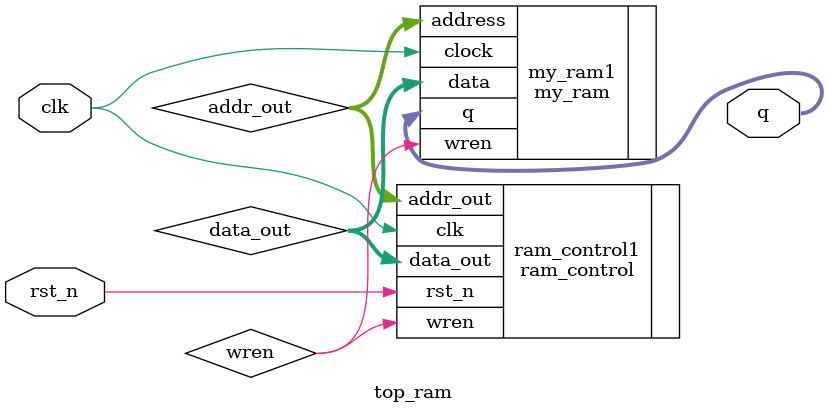
<source format=v>
module top_ram (clk, rst_n, q);
	input clk;    // Clock
	input rst_n;  // Asynchronous reset active low
	output [7:0] q;

	wire [7:0] data_out;
	wire [7:0] addr_out;
	wire wren;  //0 read

	ram_control ram_control1 (
		.clk(clk),
		.rst_n(rst_n),
		.data_out(data_out), 
		.addr_out(addr_out), 
		.wren(wren)
		);

	my_ram my_ram1 (
	.address(addr_out),
	.clock(clk),
	.data(data_out),
	.wren(wren),
	.q(q)
	);

endmodule


</source>
